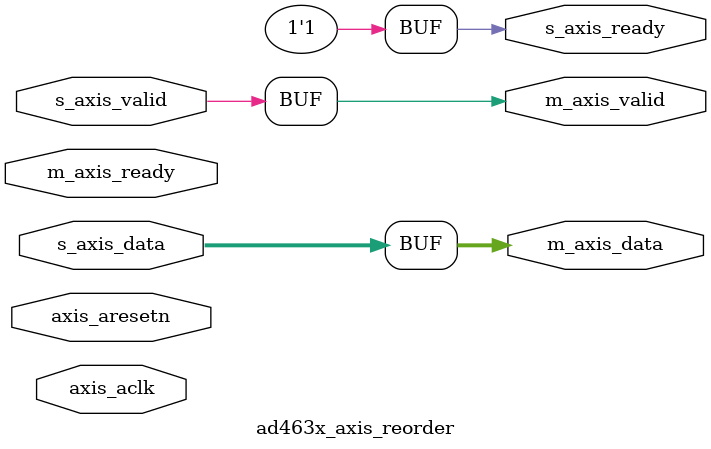
<source format=v>

`timescale 1ns/100ps

module ad463x_axis_reorder #(

  parameter NUM_OF_SDI = 2) (

  input         axis_aclk,
  input         axis_aresetn,

  input         s_axis_valid,
  output        s_axis_ready,
  input [(NUM_OF_SDI * 32)-1:0]  s_axis_data,

  output        m_axis_valid,
  input         m_axis_ready,
  output [63:0] m_axis_data
);

  // re-packager is always ready
  assign s_axis_ready = 1'b1;

  genvar i, j;
  generate
  if (NUM_OF_SDI == 1) begin : g_reorder_1_lane

    reg m_axis_valid_int = 0;
    reg wr_addr = 0;
    reg rd_addr = 0;
    reg [63:0] axis_data_int;
    reg mem_is_full;

    // address control
    // NOTE: ready is ignored, taking the fact that the module is always ready
    always @(posedge axis_aclk) begin
      if (axis_aresetn == 1'b0) begin
        wr_addr <= 1'b0;
        rd_addr <= 1'b0;
        axis_data_int <= 64'b0;
      end else begin
        if (s_axis_valid) begin
          wr_addr <= wr_addr + 1'b1;
          axis_data_int <= (wr_addr) ? {s_axis_data, axis_data_int[31:0]} :
                                       {axis_data_int[63:32], s_axis_data};
        end
        if (m_axis_valid) begin
          rd_addr <= rd_addr + 1'b1;
        end
      end
    end

    // latch the state of the memory
    always @(posedge axis_aclk) begin
      if (axis_aresetn == 1'b0) begin
        mem_is_full <= 1'b0;
      end else begin
        if (wr_addr & s_axis_valid) begin
          mem_is_full <= 1'b1;
        end
        if (rd_addr & m_axis_valid) begin
          mem_is_full <= 1'b0;
        end
      end
    end

    // valid generation
    always @(posedge axis_aclk) begin
      if (axis_aresetn == 1'b0) begin
        m_axis_valid_int <= 1'b0;
      end else begin
        if (mem_is_full) begin
          m_axis_valid_int <= 1'b1;
        end
        if (rd_addr) begin
          m_axis_valid_int <= 1'b0;
        end
      end
    end
    assign m_axis_valid = m_axis_valid_int;

    // reorder the interleaved data
    for (i=0; i<32; i=i+1) begin
      assign m_axis_data[i] = (rd_addr) ? axis_data_int[2*i] : axis_data_int[2*i+1];
    end

  end else if (NUM_OF_SDI == 2) begin : g_reorder_2_lanes

    assign m_axis_valid = s_axis_valid;
    assign m_axis_data = s_axis_data;

  end else if (NUM_OF_SDI == 4) begin : g_reorder_4_lanes

    assign m_axis_valid = s_axis_valid;
    for (i=0; i<16; i=i+2) begin
      // first channel
      assign m_axis_data[2*i+1]  = s_axis_data[32+i];
      assign m_axis_data[2*i]    = s_axis_data[   i];
      // second channel
      assign m_axis_data[2*i+33] = s_axis_data[96+i];
      assign m_axis_data[2*i+32] = s_axis_data[64+i];
    end

  end else if (NUM_OF_SDI == 8) begin : g_reorder_8_lanes

    assign m_axis_valid = s_axis_valid;
    for (i=0; i<8; i=i+4) begin
      // first channel
      assign m_axis_data[4*i+3]  = s_axis_data[96+i];
      assign m_axis_data[4*i+2]  = s_axis_data[64+i];
      assign m_axis_data[4*i+1]  = s_axis_data[32+i];
      assign m_axis_data[4*i]    = s_axis_data[   i];
      // second channel
      assign m_axis_data[4*i+35] = s_axis_data[224+i];
      assign m_axis_data[4*i+34] = s_axis_data[192+i];
      assign m_axis_data[4*i+33] = s_axis_data[160+i];
      assign m_axis_data[4*i+32] = s_axis_data[128+i];
    end

  end else begin
    // Invalid configuration, leave everybody in the air
  end
  endgenerate

endmodule

</source>
